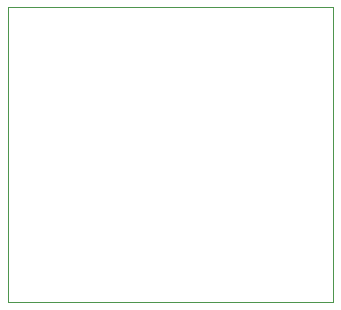
<source format=gbr>
G04 #@! TF.GenerationSoftware,KiCad,Pcbnew,5.1.9*
G04 #@! TF.CreationDate,2021-04-02T13:12:58+02:00*
G04 #@! TF.ProjectId,detectorHolder,64657465-6374-46f7-9248-6f6c6465722e,rev?*
G04 #@! TF.SameCoordinates,Original*
G04 #@! TF.FileFunction,Profile,NP*
%FSLAX46Y46*%
G04 Gerber Fmt 4.6, Leading zero omitted, Abs format (unit mm)*
G04 Created by KiCad (PCBNEW 5.1.9) date 2021-04-02 13:12:58*
%MOMM*%
%LPD*%
G01*
G04 APERTURE LIST*
G04 #@! TA.AperFunction,Profile*
%ADD10C,0.050000*%
G04 #@! TD*
G04 APERTURE END LIST*
D10*
X101013000Y-115853000D02*
X101013000Y-90853000D01*
X128513000Y-115853000D02*
X101013000Y-115853000D01*
X128513000Y-90853000D02*
X128513000Y-115853000D01*
X101013000Y-90853000D02*
X128513000Y-90853000D01*
M02*

</source>
